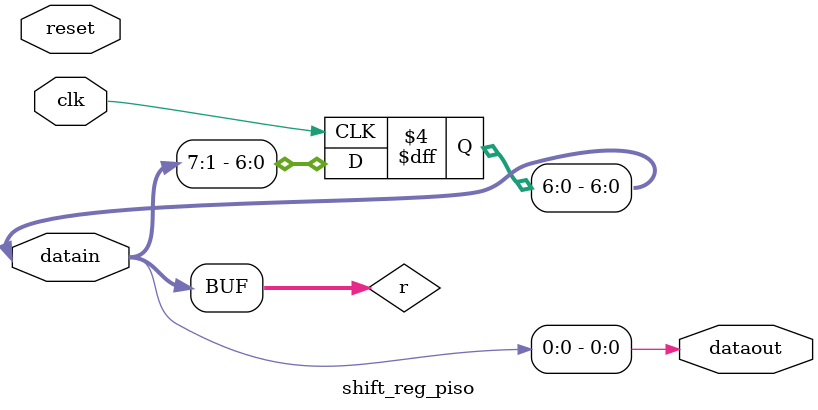
<source format=v>
module shift_reg_piso(
	input clk,
	input reset,
	input [size-1:0] datain,
	output dataout
);
parameter size = 8;

reg [size-1:0] r;
assign dataout = r[0];

integer x;
always @ (posedge clk) begin
	for (x = 0; x < size - 1; x = x + 1) begin
		r[x] <= r[x+1];
	end
end

always @ (reset) begin
	r <= datain;
end

endmodule


</source>
